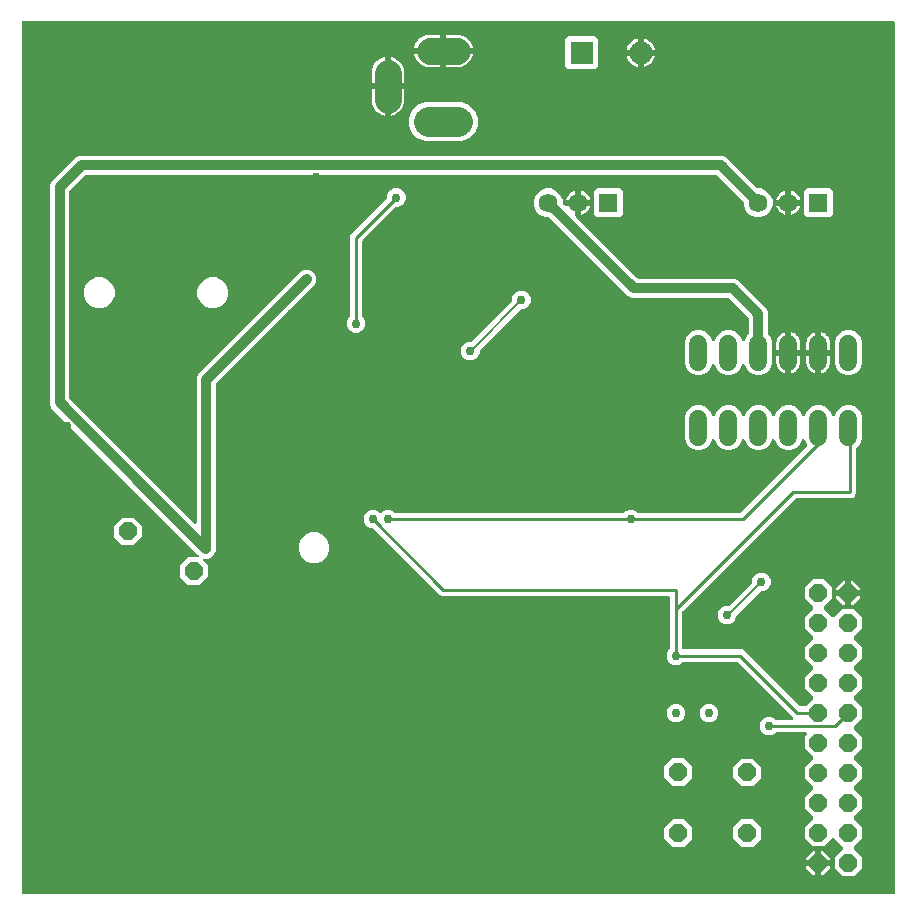
<source format=gbr>
G04 EAGLE Gerber RS-274X export*
G75*
%MOMM*%
%FSLAX34Y34*%
%LPD*%
%INBottom Copper*%
%IPPOS*%
%AMOC8*
5,1,8,0,0,1.08239X$1,22.5*%
G01*
%ADD10C,1.524000*%
%ADD11P,1.649562X8X112.500000*%
%ADD12C,1.590000*%
%ADD13R,1.590000X1.590000*%
%ADD14P,1.649562X8X22.500000*%
%ADD15R,1.950000X1.950000*%
%ADD16C,1.950000*%
%ADD17C,2.500000*%
%ADD18C,2.250000*%
%ADD19C,0.812800*%
%ADD20C,0.756400*%
%ADD21C,0.254000*%
%ADD22C,0.203200*%

G36*
X749418Y11446D02*
X749418Y11446D01*
X749537Y11453D01*
X749575Y11466D01*
X749616Y11471D01*
X749726Y11514D01*
X749839Y11551D01*
X749874Y11573D01*
X749911Y11588D01*
X750007Y11658D01*
X750108Y11721D01*
X750136Y11751D01*
X750169Y11774D01*
X750245Y11866D01*
X750326Y11953D01*
X750346Y11988D01*
X750371Y12019D01*
X750422Y12127D01*
X750480Y12231D01*
X750490Y12271D01*
X750507Y12307D01*
X750529Y12424D01*
X750559Y12539D01*
X750563Y12600D01*
X750567Y12620D01*
X750565Y12640D01*
X750569Y12700D01*
X750569Y749300D01*
X750554Y749418D01*
X750547Y749537D01*
X750534Y749575D01*
X750529Y749616D01*
X750486Y749726D01*
X750449Y749839D01*
X750427Y749874D01*
X750412Y749911D01*
X750343Y750007D01*
X750279Y750108D01*
X750249Y750136D01*
X750226Y750169D01*
X750134Y750245D01*
X750047Y750326D01*
X750012Y750346D01*
X749981Y750371D01*
X749873Y750422D01*
X749769Y750480D01*
X749729Y750490D01*
X749693Y750507D01*
X749576Y750529D01*
X749461Y750559D01*
X749401Y750563D01*
X749381Y750567D01*
X749360Y750565D01*
X749300Y750569D01*
X12700Y750569D01*
X12582Y750554D01*
X12463Y750547D01*
X12425Y750534D01*
X12384Y750529D01*
X12274Y750486D01*
X12161Y750449D01*
X12126Y750427D01*
X12089Y750412D01*
X11993Y750343D01*
X11892Y750279D01*
X11864Y750249D01*
X11831Y750226D01*
X11756Y750134D01*
X11674Y750047D01*
X11654Y750012D01*
X11629Y749981D01*
X11578Y749873D01*
X11520Y749769D01*
X11510Y749729D01*
X11493Y749693D01*
X11471Y749576D01*
X11441Y749461D01*
X11437Y749401D01*
X11433Y749381D01*
X11435Y749360D01*
X11431Y749300D01*
X11431Y12700D01*
X11446Y12582D01*
X11453Y12463D01*
X11466Y12425D01*
X11471Y12384D01*
X11514Y12274D01*
X11551Y12161D01*
X11573Y12126D01*
X11588Y12089D01*
X11658Y11993D01*
X11721Y11892D01*
X11751Y11864D01*
X11774Y11831D01*
X11866Y11756D01*
X11953Y11674D01*
X11988Y11654D01*
X12019Y11629D01*
X12127Y11578D01*
X12231Y11520D01*
X12271Y11510D01*
X12307Y11493D01*
X12424Y11471D01*
X12539Y11441D01*
X12600Y11437D01*
X12620Y11433D01*
X12640Y11435D01*
X12700Y11431D01*
X749300Y11431D01*
X749418Y11446D01*
G37*
%LPC*%
G36*
X706360Y26415D02*
X706360Y26415D01*
X699515Y33260D01*
X699515Y42940D01*
X706478Y49902D01*
X706551Y49997D01*
X706630Y50086D01*
X706648Y50122D01*
X706673Y50154D01*
X706720Y50263D01*
X706774Y50369D01*
X706783Y50408D01*
X706799Y50446D01*
X706818Y50563D01*
X706844Y50679D01*
X706843Y50720D01*
X706849Y50760D01*
X706838Y50878D01*
X706834Y50997D01*
X706823Y51036D01*
X706819Y51076D01*
X706779Y51189D01*
X706746Y51303D01*
X706725Y51337D01*
X706712Y51376D01*
X706645Y51474D01*
X706584Y51577D01*
X706544Y51622D01*
X706533Y51639D01*
X706518Y51652D01*
X706478Y51697D01*
X699398Y58778D01*
X699303Y58851D01*
X699214Y58930D01*
X699178Y58948D01*
X699146Y58973D01*
X699037Y59020D01*
X698931Y59074D01*
X698892Y59083D01*
X698854Y59099D01*
X698737Y59118D01*
X698621Y59144D01*
X698580Y59143D01*
X698540Y59149D01*
X698422Y59138D01*
X698303Y59134D01*
X698264Y59123D01*
X698224Y59119D01*
X698111Y59079D01*
X697997Y59046D01*
X697963Y59025D01*
X697924Y59012D01*
X697826Y58945D01*
X697723Y58884D01*
X697678Y58844D01*
X697661Y58833D01*
X697648Y58818D01*
X697603Y58778D01*
X690640Y51815D01*
X680960Y51815D01*
X674115Y58660D01*
X674115Y68340D01*
X681078Y75302D01*
X681151Y75397D01*
X681230Y75486D01*
X681248Y75522D01*
X681273Y75554D01*
X681320Y75663D01*
X681374Y75769D01*
X681383Y75808D01*
X681399Y75846D01*
X681418Y75963D01*
X681444Y76079D01*
X681443Y76120D01*
X681449Y76160D01*
X681438Y76278D01*
X681434Y76397D01*
X681423Y76436D01*
X681419Y76476D01*
X681379Y76589D01*
X681346Y76703D01*
X681325Y76737D01*
X681312Y76776D01*
X681245Y76874D01*
X681184Y76977D01*
X681144Y77022D01*
X681133Y77039D01*
X681118Y77052D01*
X681078Y77097D01*
X674115Y84060D01*
X674115Y93740D01*
X681078Y100702D01*
X681151Y100797D01*
X681230Y100886D01*
X681248Y100922D01*
X681273Y100954D01*
X681320Y101063D01*
X681374Y101169D01*
X681383Y101208D01*
X681399Y101246D01*
X681418Y101363D01*
X681444Y101479D01*
X681443Y101520D01*
X681449Y101560D01*
X681438Y101678D01*
X681434Y101797D01*
X681423Y101836D01*
X681419Y101876D01*
X681379Y101989D01*
X681346Y102103D01*
X681325Y102137D01*
X681312Y102176D01*
X681245Y102274D01*
X681184Y102377D01*
X681144Y102422D01*
X681133Y102439D01*
X681118Y102452D01*
X681078Y102497D01*
X674115Y109460D01*
X674115Y119140D01*
X681078Y126103D01*
X681151Y126197D01*
X681230Y126286D01*
X681248Y126322D01*
X681273Y126354D01*
X681320Y126463D01*
X681374Y126569D01*
X681383Y126608D01*
X681399Y126646D01*
X681418Y126763D01*
X681444Y126879D01*
X681443Y126920D01*
X681449Y126960D01*
X681438Y127078D01*
X681434Y127197D01*
X681423Y127236D01*
X681419Y127276D01*
X681379Y127389D01*
X681346Y127503D01*
X681325Y127538D01*
X681312Y127576D01*
X681245Y127674D01*
X681184Y127777D01*
X681144Y127822D01*
X681133Y127839D01*
X681118Y127852D01*
X681078Y127898D01*
X674115Y134860D01*
X674115Y144540D01*
X675744Y146169D01*
X675829Y146278D01*
X675918Y146385D01*
X675926Y146404D01*
X675939Y146420D01*
X675994Y146548D01*
X676053Y146673D01*
X676057Y146693D01*
X676065Y146712D01*
X676087Y146850D01*
X676113Y146986D01*
X676112Y147006D01*
X676115Y147026D01*
X676102Y147165D01*
X676093Y147303D01*
X676087Y147322D01*
X676085Y147342D01*
X676038Y147474D01*
X675995Y147605D01*
X675984Y147623D01*
X675978Y147642D01*
X675899Y147757D01*
X675825Y147874D01*
X675810Y147888D01*
X675799Y147905D01*
X675695Y147997D01*
X675593Y148092D01*
X675576Y148102D01*
X675561Y148115D01*
X675436Y148179D01*
X675315Y148246D01*
X675295Y148251D01*
X675277Y148260D01*
X675141Y148290D01*
X675007Y148325D01*
X674979Y148327D01*
X674967Y148330D01*
X674947Y148329D01*
X674846Y148335D01*
X650178Y148335D01*
X650080Y148323D01*
X649981Y148320D01*
X649923Y148303D01*
X649862Y148295D01*
X649770Y148259D01*
X649675Y148231D01*
X649623Y148201D01*
X649567Y148178D01*
X649487Y148120D01*
X649401Y148070D01*
X649326Y148004D01*
X649309Y147992D01*
X649302Y147982D01*
X649280Y147964D01*
X648335Y147018D01*
X645451Y145823D01*
X642329Y145823D01*
X639445Y147018D01*
X637238Y149225D01*
X636043Y152109D01*
X636043Y155231D01*
X637238Y158115D01*
X639445Y160322D01*
X642329Y161517D01*
X645451Y161517D01*
X648335Y160322D01*
X649280Y159376D01*
X649359Y159316D01*
X649431Y159248D01*
X649484Y159219D01*
X649532Y159182D01*
X649623Y159142D01*
X649709Y159094D01*
X649768Y159079D01*
X649824Y159055D01*
X649922Y159040D01*
X650017Y159015D01*
X650117Y159009D01*
X650138Y159005D01*
X650150Y159007D01*
X650178Y159005D01*
X663507Y159005D01*
X663644Y159022D01*
X663783Y159035D01*
X663802Y159042D01*
X663822Y159045D01*
X663951Y159096D01*
X664082Y159143D01*
X664099Y159154D01*
X664118Y159162D01*
X664230Y159243D01*
X664345Y159321D01*
X664359Y159337D01*
X664375Y159348D01*
X664464Y159456D01*
X664556Y159560D01*
X664565Y159578D01*
X664578Y159593D01*
X664637Y159719D01*
X664700Y159843D01*
X664705Y159863D01*
X664714Y159881D01*
X664740Y160017D01*
X664770Y160153D01*
X664769Y160173D01*
X664773Y160193D01*
X664765Y160332D01*
X664760Y160471D01*
X664755Y160491D01*
X664754Y160511D01*
X664711Y160643D01*
X664672Y160777D01*
X664662Y160794D01*
X664656Y160813D01*
X664581Y160931D01*
X664511Y161051D01*
X664492Y161072D01*
X664485Y161082D01*
X664470Y161096D01*
X664404Y161171D01*
X617922Y207654D01*
X617844Y207714D01*
X617772Y207782D01*
X617719Y207811D01*
X617671Y207848D01*
X617580Y207888D01*
X617493Y207936D01*
X617435Y207951D01*
X617379Y207975D01*
X617281Y207990D01*
X617185Y208015D01*
X617085Y208021D01*
X617065Y208025D01*
X617053Y208023D01*
X617025Y208025D01*
X571438Y208025D01*
X571340Y208013D01*
X571241Y208010D01*
X571183Y207993D01*
X571122Y207985D01*
X571030Y207949D01*
X570935Y207921D01*
X570883Y207891D01*
X570827Y207868D01*
X570747Y207810D01*
X570661Y207760D01*
X570586Y207694D01*
X570569Y207682D01*
X570562Y207672D01*
X570540Y207654D01*
X569595Y206708D01*
X566711Y205513D01*
X563589Y205513D01*
X560705Y206708D01*
X558498Y208915D01*
X557303Y211799D01*
X557303Y214921D01*
X558498Y217805D01*
X559444Y218750D01*
X559504Y218829D01*
X559572Y218901D01*
X559601Y218954D01*
X559638Y219002D01*
X559678Y219093D01*
X559726Y219179D01*
X559741Y219238D01*
X559765Y219294D01*
X559780Y219392D01*
X559805Y219487D01*
X559811Y219587D01*
X559815Y219608D01*
X559813Y219620D01*
X559815Y219648D01*
X559815Y262636D01*
X559800Y262754D01*
X559793Y262873D01*
X559780Y262911D01*
X559775Y262952D01*
X559732Y263062D01*
X559695Y263175D01*
X559673Y263210D01*
X559658Y263247D01*
X559589Y263343D01*
X559525Y263444D01*
X559495Y263472D01*
X559472Y263505D01*
X559380Y263581D01*
X559293Y263662D01*
X559258Y263682D01*
X559227Y263707D01*
X559119Y263758D01*
X559015Y263816D01*
X558975Y263826D01*
X558939Y263843D01*
X558822Y263865D01*
X558707Y263895D01*
X558647Y263899D01*
X558627Y263903D01*
X558606Y263901D01*
X558546Y263905D01*
X367239Y263905D01*
X365278Y264717D01*
X309284Y320712D01*
X309206Y320772D01*
X309134Y320840D01*
X309081Y320869D01*
X309033Y320906D01*
X308942Y320946D01*
X308855Y320994D01*
X308797Y321009D01*
X308741Y321033D01*
X308643Y321048D01*
X308547Y321073D01*
X308447Y321079D01*
X308427Y321083D01*
X308415Y321081D01*
X308387Y321083D01*
X307049Y321083D01*
X304165Y322278D01*
X301958Y324485D01*
X300763Y327369D01*
X300763Y330491D01*
X301958Y333375D01*
X304165Y335582D01*
X307049Y336777D01*
X310171Y336777D01*
X313055Y335582D01*
X314063Y334574D01*
X314157Y334501D01*
X314246Y334423D01*
X314282Y334404D01*
X314314Y334380D01*
X314423Y334332D01*
X314529Y334278D01*
X314568Y334269D01*
X314606Y334253D01*
X314723Y334234D01*
X314839Y334208D01*
X314880Y334210D01*
X314920Y334203D01*
X315038Y334214D01*
X315157Y334218D01*
X315196Y334229D01*
X315236Y334233D01*
X315348Y334273D01*
X315463Y334307D01*
X315498Y334327D01*
X315536Y334341D01*
X315634Y334408D01*
X315737Y334468D01*
X315782Y334508D01*
X315799Y334519D01*
X315812Y334535D01*
X315858Y334574D01*
X316865Y335582D01*
X319749Y336777D01*
X322871Y336777D01*
X325755Y335582D01*
X326700Y334636D01*
X326779Y334576D01*
X326851Y334508D01*
X326904Y334479D01*
X326952Y334442D01*
X327043Y334402D01*
X327129Y334354D01*
X327188Y334339D01*
X327244Y334315D01*
X327342Y334300D01*
X327437Y334275D01*
X327537Y334269D01*
X327558Y334265D01*
X327570Y334267D01*
X327598Y334265D01*
X520762Y334265D01*
X520860Y334277D01*
X520959Y334280D01*
X521017Y334297D01*
X521078Y334305D01*
X521170Y334341D01*
X521265Y334369D01*
X521317Y334399D01*
X521373Y334422D01*
X521453Y334480D01*
X521539Y334530D01*
X521614Y334596D01*
X521631Y334608D01*
X521638Y334618D01*
X521660Y334636D01*
X522605Y335582D01*
X525489Y336777D01*
X528611Y336777D01*
X531495Y335582D01*
X532440Y334636D01*
X532519Y334576D01*
X532591Y334508D01*
X532644Y334479D01*
X532692Y334442D01*
X532783Y334402D01*
X532869Y334354D01*
X532928Y334339D01*
X532984Y334315D01*
X533082Y334300D01*
X533177Y334275D01*
X533277Y334269D01*
X533298Y334265D01*
X533310Y334267D01*
X533338Y334265D01*
X619565Y334265D01*
X619663Y334277D01*
X619762Y334280D01*
X619820Y334297D01*
X619880Y334305D01*
X619972Y334341D01*
X620067Y334369D01*
X620119Y334399D01*
X620176Y334422D01*
X620256Y334480D01*
X620341Y334530D01*
X620417Y334596D01*
X620433Y334608D01*
X620441Y334618D01*
X620462Y334636D01*
X676043Y390217D01*
X676116Y390312D01*
X676195Y390401D01*
X676213Y390437D01*
X676238Y390469D01*
X676285Y390578D01*
X676339Y390684D01*
X676348Y390723D01*
X676364Y390760D01*
X676383Y390878D01*
X676409Y390994D01*
X676408Y391035D01*
X676414Y391075D01*
X676403Y391193D01*
X676399Y391312D01*
X676388Y391351D01*
X676384Y391391D01*
X676344Y391503D01*
X676311Y391618D01*
X676290Y391652D01*
X676277Y391690D01*
X676210Y391789D01*
X676149Y391892D01*
X676110Y391937D01*
X676098Y391954D01*
X676083Y391967D01*
X676043Y392012D01*
X675894Y392161D01*
X674273Y396076D01*
X674204Y396197D01*
X674139Y396320D01*
X674125Y396335D01*
X674115Y396352D01*
X674018Y396452D01*
X673925Y396555D01*
X673908Y396566D01*
X673894Y396581D01*
X673775Y396653D01*
X673659Y396730D01*
X673640Y396736D01*
X673623Y396747D01*
X673490Y396788D01*
X673358Y396833D01*
X673338Y396834D01*
X673319Y396840D01*
X673180Y396847D01*
X673041Y396858D01*
X673021Y396855D01*
X673001Y396856D01*
X672865Y396827D01*
X672728Y396804D01*
X672709Y396795D01*
X672690Y396791D01*
X672564Y396730D01*
X672438Y396673D01*
X672422Y396660D01*
X672404Y396652D01*
X672298Y396561D01*
X672190Y396474D01*
X672177Y396458D01*
X672162Y396445D01*
X672082Y396331D01*
X671998Y396220D01*
X671986Y396195D01*
X671979Y396185D01*
X671972Y396166D01*
X671927Y396076D01*
X670306Y392161D01*
X667019Y388874D01*
X662724Y387095D01*
X658076Y387095D01*
X653781Y388874D01*
X650494Y392161D01*
X648873Y396076D01*
X648804Y396197D01*
X648739Y396320D01*
X648725Y396335D01*
X648715Y396352D01*
X648618Y396452D01*
X648525Y396555D01*
X648508Y396566D01*
X648494Y396581D01*
X648375Y396653D01*
X648259Y396730D01*
X648240Y396736D01*
X648223Y396747D01*
X648090Y396788D01*
X647958Y396833D01*
X647938Y396834D01*
X647919Y396840D01*
X647780Y396847D01*
X647641Y396858D01*
X647621Y396855D01*
X647601Y396856D01*
X647465Y396827D01*
X647328Y396804D01*
X647309Y396795D01*
X647290Y396791D01*
X647164Y396730D01*
X647038Y396673D01*
X647022Y396660D01*
X647004Y396652D01*
X646898Y396561D01*
X646790Y396474D01*
X646777Y396458D01*
X646762Y396445D01*
X646682Y396331D01*
X646598Y396220D01*
X646586Y396195D01*
X646579Y396185D01*
X646572Y396166D01*
X646527Y396076D01*
X644906Y392161D01*
X641619Y388874D01*
X637324Y387095D01*
X632676Y387095D01*
X628381Y388874D01*
X625094Y392161D01*
X623473Y396076D01*
X623404Y396197D01*
X623339Y396320D01*
X623325Y396335D01*
X623315Y396352D01*
X623218Y396452D01*
X623125Y396555D01*
X623108Y396566D01*
X623094Y396581D01*
X622975Y396653D01*
X622859Y396730D01*
X622840Y396736D01*
X622823Y396747D01*
X622690Y396788D01*
X622558Y396833D01*
X622538Y396834D01*
X622519Y396840D01*
X622380Y396847D01*
X622241Y396858D01*
X622221Y396855D01*
X622201Y396856D01*
X622065Y396827D01*
X621928Y396804D01*
X621909Y396795D01*
X621890Y396791D01*
X621764Y396730D01*
X621638Y396673D01*
X621622Y396660D01*
X621604Y396652D01*
X621498Y396561D01*
X621390Y396474D01*
X621377Y396458D01*
X621362Y396445D01*
X621282Y396331D01*
X621198Y396220D01*
X621186Y396195D01*
X621179Y396185D01*
X621172Y396166D01*
X621127Y396076D01*
X619506Y392161D01*
X616219Y388874D01*
X611924Y387095D01*
X607276Y387095D01*
X602981Y388874D01*
X599694Y392161D01*
X598073Y396076D01*
X598004Y396197D01*
X597939Y396320D01*
X597925Y396335D01*
X597915Y396352D01*
X597818Y396452D01*
X597725Y396555D01*
X597708Y396566D01*
X597694Y396581D01*
X597575Y396653D01*
X597459Y396730D01*
X597440Y396736D01*
X597423Y396747D01*
X597290Y396788D01*
X597158Y396833D01*
X597138Y396834D01*
X597119Y396840D01*
X596980Y396847D01*
X596841Y396858D01*
X596821Y396855D01*
X596801Y396856D01*
X596665Y396827D01*
X596528Y396804D01*
X596509Y396795D01*
X596490Y396791D01*
X596364Y396730D01*
X596238Y396673D01*
X596222Y396660D01*
X596204Y396652D01*
X596098Y396561D01*
X595990Y396474D01*
X595977Y396458D01*
X595962Y396445D01*
X595882Y396331D01*
X595798Y396220D01*
X595786Y396195D01*
X595779Y396185D01*
X595772Y396166D01*
X595727Y396076D01*
X594106Y392161D01*
X590819Y388874D01*
X586524Y387095D01*
X581876Y387095D01*
X577581Y388874D01*
X574294Y392161D01*
X572515Y396456D01*
X572515Y416344D01*
X574294Y420639D01*
X577581Y423926D01*
X581876Y425705D01*
X586524Y425705D01*
X590819Y423926D01*
X594106Y420639D01*
X595727Y416724D01*
X595796Y416604D01*
X595861Y416480D01*
X595875Y416466D01*
X595885Y416448D01*
X595982Y416348D01*
X596075Y416245D01*
X596092Y416234D01*
X596106Y416219D01*
X596224Y416147D01*
X596341Y416070D01*
X596360Y416064D01*
X596377Y416053D01*
X596510Y416012D01*
X596642Y415967D01*
X596662Y415966D01*
X596681Y415960D01*
X596820Y415953D01*
X596959Y415942D01*
X596979Y415945D01*
X596999Y415944D01*
X597135Y415973D01*
X597272Y415996D01*
X597290Y416005D01*
X597310Y416009D01*
X597436Y416070D01*
X597562Y416127D01*
X597578Y416140D01*
X597596Y416148D01*
X597702Y416239D01*
X597810Y416326D01*
X597823Y416342D01*
X597838Y416355D01*
X597918Y416469D01*
X598002Y416580D01*
X598014Y416605D01*
X598021Y416615D01*
X598028Y416634D01*
X598073Y416724D01*
X599694Y420639D01*
X602981Y423926D01*
X607276Y425705D01*
X611924Y425705D01*
X616219Y423926D01*
X619506Y420639D01*
X621127Y416724D01*
X621196Y416604D01*
X621261Y416480D01*
X621275Y416466D01*
X621285Y416448D01*
X621382Y416348D01*
X621475Y416245D01*
X621492Y416234D01*
X621506Y416219D01*
X621624Y416147D01*
X621741Y416070D01*
X621760Y416064D01*
X621777Y416053D01*
X621910Y416012D01*
X622042Y415967D01*
X622062Y415966D01*
X622081Y415960D01*
X622220Y415953D01*
X622359Y415942D01*
X622379Y415945D01*
X622399Y415944D01*
X622535Y415973D01*
X622672Y415996D01*
X622690Y416005D01*
X622710Y416009D01*
X622836Y416070D01*
X622962Y416127D01*
X622978Y416140D01*
X622996Y416148D01*
X623102Y416239D01*
X623210Y416326D01*
X623223Y416342D01*
X623238Y416355D01*
X623318Y416469D01*
X623402Y416580D01*
X623414Y416605D01*
X623421Y416615D01*
X623428Y416634D01*
X623473Y416724D01*
X625094Y420639D01*
X628381Y423926D01*
X632676Y425705D01*
X637324Y425705D01*
X641619Y423926D01*
X644906Y420639D01*
X646527Y416724D01*
X646596Y416604D01*
X646661Y416480D01*
X646675Y416466D01*
X646685Y416448D01*
X646782Y416348D01*
X646875Y416245D01*
X646892Y416234D01*
X646906Y416219D01*
X647024Y416147D01*
X647141Y416070D01*
X647160Y416064D01*
X647177Y416053D01*
X647310Y416012D01*
X647442Y415967D01*
X647462Y415966D01*
X647481Y415960D01*
X647620Y415953D01*
X647759Y415942D01*
X647779Y415945D01*
X647799Y415944D01*
X647935Y415973D01*
X648072Y415996D01*
X648090Y416005D01*
X648110Y416009D01*
X648236Y416070D01*
X648362Y416127D01*
X648378Y416140D01*
X648396Y416148D01*
X648502Y416239D01*
X648610Y416326D01*
X648623Y416342D01*
X648638Y416355D01*
X648718Y416469D01*
X648802Y416580D01*
X648814Y416605D01*
X648821Y416615D01*
X648828Y416634D01*
X648873Y416724D01*
X650494Y420639D01*
X653781Y423926D01*
X658076Y425705D01*
X662724Y425705D01*
X667019Y423926D01*
X670306Y420639D01*
X671927Y416724D01*
X671996Y416604D01*
X672061Y416480D01*
X672075Y416466D01*
X672085Y416448D01*
X672182Y416348D01*
X672275Y416245D01*
X672292Y416234D01*
X672306Y416219D01*
X672424Y416147D01*
X672541Y416070D01*
X672560Y416064D01*
X672577Y416053D01*
X672710Y416012D01*
X672842Y415967D01*
X672862Y415966D01*
X672881Y415960D01*
X673020Y415953D01*
X673159Y415942D01*
X673179Y415945D01*
X673199Y415944D01*
X673335Y415973D01*
X673472Y415996D01*
X673490Y416005D01*
X673510Y416009D01*
X673636Y416070D01*
X673762Y416127D01*
X673778Y416140D01*
X673796Y416148D01*
X673902Y416239D01*
X674010Y416326D01*
X674023Y416342D01*
X674038Y416355D01*
X674118Y416469D01*
X674202Y416580D01*
X674214Y416605D01*
X674221Y416615D01*
X674228Y416634D01*
X674273Y416724D01*
X675894Y420639D01*
X679181Y423926D01*
X683476Y425705D01*
X688124Y425705D01*
X692419Y423926D01*
X695706Y420639D01*
X697327Y416724D01*
X697396Y416604D01*
X697461Y416480D01*
X697475Y416466D01*
X697485Y416448D01*
X697582Y416348D01*
X697675Y416245D01*
X697692Y416234D01*
X697706Y416219D01*
X697824Y416147D01*
X697941Y416070D01*
X697960Y416064D01*
X697977Y416053D01*
X698110Y416012D01*
X698242Y415967D01*
X698262Y415966D01*
X698281Y415960D01*
X698420Y415953D01*
X698559Y415942D01*
X698579Y415945D01*
X698599Y415944D01*
X698735Y415973D01*
X698872Y415996D01*
X698890Y416005D01*
X698910Y416009D01*
X699036Y416070D01*
X699162Y416127D01*
X699178Y416140D01*
X699196Y416148D01*
X699302Y416239D01*
X699410Y416326D01*
X699423Y416342D01*
X699438Y416355D01*
X699518Y416469D01*
X699602Y416580D01*
X699614Y416605D01*
X699621Y416615D01*
X699628Y416634D01*
X699673Y416724D01*
X701294Y420639D01*
X704581Y423926D01*
X708876Y425705D01*
X713524Y425705D01*
X717819Y423926D01*
X721106Y420639D01*
X722885Y416344D01*
X722885Y396456D01*
X721106Y392161D01*
X718176Y389232D01*
X718116Y389153D01*
X718048Y389081D01*
X718019Y389028D01*
X717982Y388980D01*
X717942Y388890D01*
X717894Y388803D01*
X717879Y388744D01*
X717855Y388689D01*
X717840Y388591D01*
X717815Y388495D01*
X717809Y388395D01*
X717805Y388375D01*
X717807Y388362D01*
X717805Y388334D01*
X717805Y350729D01*
X716993Y348768D01*
X715492Y347267D01*
X713531Y346455D01*
X666945Y346455D01*
X666847Y346443D01*
X666748Y346440D01*
X666690Y346423D01*
X666630Y346415D01*
X666538Y346379D01*
X666443Y346351D01*
X666391Y346321D01*
X666334Y346298D01*
X666254Y346240D01*
X666169Y346190D01*
X666093Y346124D01*
X666077Y346112D01*
X666069Y346102D01*
X666048Y346084D01*
X570856Y250892D01*
X570796Y250814D01*
X570728Y250742D01*
X570699Y250689D01*
X570662Y250641D01*
X570622Y250550D01*
X570574Y250463D01*
X570559Y250405D01*
X570535Y250349D01*
X570520Y250251D01*
X570495Y250155D01*
X570489Y250055D01*
X570485Y250035D01*
X570487Y250023D01*
X570485Y249995D01*
X570485Y219964D01*
X570500Y219846D01*
X570507Y219727D01*
X570520Y219689D01*
X570525Y219648D01*
X570568Y219538D01*
X570605Y219425D01*
X570627Y219390D01*
X570642Y219353D01*
X570711Y219257D01*
X570775Y219156D01*
X570805Y219128D01*
X570828Y219095D01*
X570920Y219019D01*
X571007Y218938D01*
X571042Y218918D01*
X571073Y218893D01*
X571181Y218842D01*
X571285Y218784D01*
X571325Y218774D01*
X571361Y218757D01*
X571478Y218735D01*
X571593Y218705D01*
X571653Y218701D01*
X571673Y218697D01*
X571694Y218699D01*
X571754Y218695D01*
X620821Y218695D01*
X622782Y217883D01*
X669858Y170806D01*
X669936Y170746D01*
X670008Y170678D01*
X670061Y170649D01*
X670109Y170612D01*
X670200Y170572D01*
X670287Y170524D01*
X670345Y170509D01*
X670401Y170485D01*
X670499Y170470D01*
X670595Y170445D01*
X670695Y170439D01*
X670715Y170435D01*
X670727Y170437D01*
X670755Y170435D01*
X674084Y170435D01*
X674183Y170447D01*
X674282Y170450D01*
X674340Y170467D01*
X674400Y170475D01*
X674492Y170511D01*
X674587Y170539D01*
X674639Y170569D01*
X674696Y170592D01*
X674776Y170650D01*
X674861Y170700D01*
X674936Y170766D01*
X674953Y170778D01*
X674961Y170788D01*
X674982Y170806D01*
X681078Y176902D01*
X681151Y176997D01*
X681230Y177086D01*
X681248Y177122D01*
X681273Y177154D01*
X681320Y177263D01*
X681374Y177369D01*
X681383Y177408D01*
X681399Y177446D01*
X681418Y177563D01*
X681444Y177679D01*
X681443Y177720D01*
X681449Y177760D01*
X681438Y177878D01*
X681434Y177997D01*
X681423Y178036D01*
X681419Y178076D01*
X681379Y178189D01*
X681346Y178303D01*
X681325Y178337D01*
X681312Y178376D01*
X681245Y178474D01*
X681184Y178577D01*
X681144Y178622D01*
X681133Y178639D01*
X681118Y178652D01*
X681078Y178697D01*
X674115Y185660D01*
X674115Y195340D01*
X681078Y202302D01*
X681151Y202397D01*
X681230Y202486D01*
X681248Y202522D01*
X681273Y202554D01*
X681320Y202663D01*
X681374Y202769D01*
X681383Y202808D01*
X681399Y202846D01*
X681418Y202963D01*
X681444Y203079D01*
X681443Y203120D01*
X681449Y203160D01*
X681438Y203278D01*
X681434Y203397D01*
X681423Y203436D01*
X681419Y203476D01*
X681379Y203589D01*
X681346Y203703D01*
X681325Y203737D01*
X681312Y203776D01*
X681245Y203874D01*
X681184Y203977D01*
X681144Y204022D01*
X681133Y204039D01*
X681118Y204052D01*
X681078Y204097D01*
X674115Y211060D01*
X674115Y220740D01*
X681078Y227702D01*
X681151Y227797D01*
X681230Y227886D01*
X681248Y227922D01*
X681273Y227954D01*
X681320Y228063D01*
X681374Y228169D01*
X681383Y228208D01*
X681399Y228246D01*
X681418Y228363D01*
X681444Y228479D01*
X681443Y228520D01*
X681449Y228560D01*
X681438Y228678D01*
X681434Y228797D01*
X681423Y228836D01*
X681419Y228876D01*
X681379Y228989D01*
X681346Y229103D01*
X681325Y229137D01*
X681312Y229176D01*
X681245Y229274D01*
X681184Y229377D01*
X681144Y229422D01*
X681133Y229439D01*
X681118Y229452D01*
X681078Y229497D01*
X674115Y236460D01*
X674115Y246140D01*
X681078Y253102D01*
X681151Y253197D01*
X681230Y253286D01*
X681248Y253322D01*
X681273Y253354D01*
X681320Y253463D01*
X681374Y253569D01*
X681383Y253608D01*
X681399Y253646D01*
X681418Y253763D01*
X681444Y253879D01*
X681443Y253920D01*
X681449Y253960D01*
X681438Y254078D01*
X681434Y254197D01*
X681423Y254236D01*
X681419Y254276D01*
X681379Y254389D01*
X681346Y254503D01*
X681325Y254537D01*
X681312Y254576D01*
X681245Y254674D01*
X681184Y254777D01*
X681144Y254822D01*
X681133Y254839D01*
X681118Y254852D01*
X681078Y254897D01*
X674115Y261860D01*
X674115Y271540D01*
X680960Y278385D01*
X690640Y278385D01*
X697485Y271540D01*
X697485Y261860D01*
X690522Y254897D01*
X690449Y254803D01*
X690370Y254714D01*
X690352Y254678D01*
X690327Y254646D01*
X690280Y254537D01*
X690226Y254431D01*
X690217Y254392D01*
X690201Y254354D01*
X690182Y254237D01*
X690156Y254121D01*
X690157Y254080D01*
X690151Y254040D01*
X690162Y253922D01*
X690166Y253803D01*
X690177Y253764D01*
X690181Y253724D01*
X690221Y253611D01*
X690254Y253497D01*
X690275Y253462D01*
X690288Y253424D01*
X690355Y253326D01*
X690416Y253223D01*
X690456Y253178D01*
X690467Y253161D01*
X690482Y253148D01*
X690522Y253102D01*
X697603Y246022D01*
X697697Y245949D01*
X697786Y245870D01*
X697822Y245852D01*
X697854Y245827D01*
X697963Y245780D01*
X698069Y245726D01*
X698108Y245717D01*
X698146Y245701D01*
X698263Y245682D01*
X698379Y245656D01*
X698420Y245657D01*
X698460Y245651D01*
X698578Y245662D01*
X698697Y245666D01*
X698736Y245677D01*
X698776Y245681D01*
X698889Y245721D01*
X699003Y245754D01*
X699038Y245775D01*
X699076Y245788D01*
X699174Y245855D01*
X699277Y245916D01*
X699322Y245955D01*
X699339Y245967D01*
X699352Y245982D01*
X699398Y246022D01*
X706360Y252985D01*
X716040Y252985D01*
X722885Y246140D01*
X722885Y236460D01*
X715922Y229497D01*
X715849Y229403D01*
X715770Y229314D01*
X715752Y229278D01*
X715727Y229246D01*
X715680Y229137D01*
X715626Y229031D01*
X715617Y228992D01*
X715601Y228954D01*
X715582Y228837D01*
X715556Y228721D01*
X715557Y228680D01*
X715551Y228640D01*
X715562Y228522D01*
X715566Y228403D01*
X715577Y228364D01*
X715581Y228324D01*
X715621Y228211D01*
X715654Y228097D01*
X715675Y228062D01*
X715688Y228024D01*
X715755Y227926D01*
X715816Y227823D01*
X715856Y227778D01*
X715867Y227761D01*
X715882Y227748D01*
X715922Y227702D01*
X722885Y220740D01*
X722885Y211060D01*
X715922Y204097D01*
X715849Y204003D01*
X715770Y203914D01*
X715752Y203878D01*
X715727Y203846D01*
X715680Y203737D01*
X715626Y203631D01*
X715617Y203592D01*
X715601Y203554D01*
X715582Y203437D01*
X715556Y203321D01*
X715557Y203280D01*
X715551Y203240D01*
X715562Y203122D01*
X715566Y203003D01*
X715577Y202964D01*
X715581Y202924D01*
X715621Y202811D01*
X715654Y202697D01*
X715675Y202662D01*
X715688Y202624D01*
X715755Y202526D01*
X715816Y202423D01*
X715856Y202378D01*
X715867Y202361D01*
X715882Y202348D01*
X715922Y202302D01*
X722885Y195340D01*
X722885Y185660D01*
X715922Y178697D01*
X715849Y178603D01*
X715770Y178514D01*
X715752Y178478D01*
X715727Y178446D01*
X715680Y178337D01*
X715626Y178231D01*
X715617Y178192D01*
X715601Y178154D01*
X715582Y178037D01*
X715556Y177921D01*
X715557Y177880D01*
X715551Y177840D01*
X715562Y177722D01*
X715566Y177603D01*
X715577Y177564D01*
X715581Y177524D01*
X715621Y177411D01*
X715654Y177297D01*
X715675Y177262D01*
X715688Y177224D01*
X715755Y177126D01*
X715816Y177023D01*
X715856Y176978D01*
X715867Y176961D01*
X715882Y176948D01*
X715922Y176902D01*
X722885Y169940D01*
X722885Y160260D01*
X715922Y153298D01*
X715849Y153203D01*
X715770Y153114D01*
X715752Y153078D01*
X715727Y153046D01*
X715680Y152937D01*
X715626Y152831D01*
X715617Y152792D01*
X715601Y152754D01*
X715582Y152637D01*
X715556Y152521D01*
X715557Y152480D01*
X715551Y152440D01*
X715562Y152322D01*
X715566Y152203D01*
X715577Y152164D01*
X715581Y152124D01*
X715621Y152011D01*
X715654Y151897D01*
X715675Y151863D01*
X715688Y151824D01*
X715755Y151726D01*
X715816Y151623D01*
X715856Y151578D01*
X715867Y151561D01*
X715882Y151548D01*
X715922Y151503D01*
X722885Y144540D01*
X722885Y134860D01*
X715922Y127897D01*
X715849Y127803D01*
X715770Y127714D01*
X715752Y127678D01*
X715727Y127646D01*
X715680Y127537D01*
X715626Y127431D01*
X715617Y127392D01*
X715601Y127354D01*
X715582Y127237D01*
X715556Y127121D01*
X715557Y127080D01*
X715551Y127040D01*
X715562Y126922D01*
X715566Y126803D01*
X715577Y126764D01*
X715581Y126724D01*
X715621Y126611D01*
X715654Y126497D01*
X715675Y126462D01*
X715688Y126424D01*
X715755Y126326D01*
X715816Y126223D01*
X715856Y126178D01*
X715867Y126161D01*
X715882Y126148D01*
X715922Y126102D01*
X722885Y119140D01*
X722885Y109460D01*
X715922Y102497D01*
X715849Y102403D01*
X715770Y102314D01*
X715752Y102278D01*
X715727Y102246D01*
X715680Y102137D01*
X715626Y102031D01*
X715617Y101992D01*
X715601Y101954D01*
X715582Y101837D01*
X715556Y101721D01*
X715557Y101680D01*
X715551Y101640D01*
X715562Y101522D01*
X715566Y101403D01*
X715577Y101364D01*
X715581Y101324D01*
X715621Y101211D01*
X715654Y101097D01*
X715675Y101062D01*
X715688Y101024D01*
X715755Y100926D01*
X715816Y100823D01*
X715856Y100778D01*
X715867Y100761D01*
X715882Y100748D01*
X715922Y100702D01*
X722885Y93740D01*
X722885Y84060D01*
X715922Y77097D01*
X715849Y77003D01*
X715770Y76914D01*
X715752Y76878D01*
X715727Y76846D01*
X715680Y76737D01*
X715626Y76631D01*
X715617Y76592D01*
X715601Y76554D01*
X715582Y76437D01*
X715556Y76321D01*
X715557Y76280D01*
X715551Y76240D01*
X715562Y76122D01*
X715566Y76003D01*
X715577Y75964D01*
X715581Y75924D01*
X715621Y75811D01*
X715654Y75697D01*
X715675Y75662D01*
X715688Y75624D01*
X715755Y75526D01*
X715816Y75423D01*
X715856Y75378D01*
X715867Y75361D01*
X715882Y75348D01*
X715922Y75302D01*
X722885Y68340D01*
X722885Y58660D01*
X715922Y51697D01*
X715849Y51603D01*
X715770Y51514D01*
X715752Y51478D01*
X715727Y51446D01*
X715680Y51337D01*
X715626Y51231D01*
X715617Y51192D01*
X715601Y51154D01*
X715582Y51037D01*
X715556Y50921D01*
X715557Y50880D01*
X715551Y50840D01*
X715562Y50722D01*
X715566Y50603D01*
X715577Y50564D01*
X715581Y50524D01*
X715621Y50411D01*
X715654Y50297D01*
X715675Y50262D01*
X715688Y50224D01*
X715755Y50126D01*
X715816Y50023D01*
X715856Y49978D01*
X715867Y49961D01*
X715882Y49948D01*
X715922Y49902D01*
X722885Y42940D01*
X722885Y33260D01*
X716040Y26415D01*
X706360Y26415D01*
G37*
%LPD*%
%LPC*%
G36*
X152132Y273303D02*
X152132Y273303D01*
X145287Y280148D01*
X145287Y289828D01*
X152132Y296673D01*
X159937Y296673D01*
X160075Y296690D01*
X160214Y296703D01*
X160233Y296710D01*
X160253Y296713D01*
X160382Y296764D01*
X160513Y296811D01*
X160530Y296822D01*
X160548Y296830D01*
X160661Y296911D01*
X160776Y296989D01*
X160789Y297005D01*
X160806Y297016D01*
X160894Y297124D01*
X160987Y297228D01*
X160996Y297246D01*
X161009Y297261D01*
X161068Y297387D01*
X161131Y297511D01*
X161136Y297531D01*
X161144Y297549D01*
X161170Y297685D01*
X161201Y297821D01*
X161200Y297842D01*
X161204Y297861D01*
X161195Y298000D01*
X161191Y298139D01*
X161185Y298159D01*
X161184Y298179D01*
X161141Y298311D01*
X161103Y298445D01*
X161092Y298462D01*
X161086Y298481D01*
X161012Y298599D01*
X160941Y298719D01*
X160923Y298740D01*
X160916Y298750D01*
X160901Y298764D01*
X160835Y298839D01*
X105960Y353714D01*
X36455Y423219D01*
X35217Y426207D01*
X35217Y611383D01*
X36455Y614371D01*
X57625Y635541D01*
X60613Y636779D01*
X604867Y636779D01*
X607855Y635541D01*
X634109Y609286D01*
X634188Y609226D01*
X634260Y609158D01*
X634313Y609129D01*
X634361Y609092D01*
X634452Y609052D01*
X634538Y609004D01*
X634597Y608989D01*
X634652Y608965D01*
X634750Y608950D01*
X634846Y608925D01*
X634946Y608919D01*
X634967Y608915D01*
X634979Y608917D01*
X635007Y608915D01*
X637390Y608915D01*
X641806Y607086D01*
X645186Y603706D01*
X647015Y599290D01*
X647015Y594510D01*
X645186Y590094D01*
X641806Y586714D01*
X637390Y584885D01*
X632610Y584885D01*
X628194Y586714D01*
X624814Y590094D01*
X622985Y594510D01*
X622985Y596893D01*
X622973Y596991D01*
X622970Y597090D01*
X622953Y597149D01*
X622945Y597209D01*
X622909Y597301D01*
X622881Y597396D01*
X622851Y597448D01*
X622828Y597504D01*
X622770Y597584D01*
X622720Y597670D01*
X622654Y597745D01*
X622642Y597762D01*
X622632Y597770D01*
X622614Y597791D01*
X600255Y620150D01*
X600176Y620210D01*
X600104Y620278D01*
X600051Y620307D01*
X600003Y620344D01*
X599912Y620384D01*
X599826Y620432D01*
X599767Y620447D01*
X599712Y620471D01*
X599614Y620486D01*
X599518Y620511D01*
X599418Y620517D01*
X599397Y620521D01*
X599385Y620519D01*
X599357Y620521D01*
X66123Y620521D01*
X66025Y620509D01*
X65926Y620506D01*
X65867Y620489D01*
X65807Y620481D01*
X65715Y620445D01*
X65620Y620417D01*
X65568Y620387D01*
X65512Y620364D01*
X65432Y620306D01*
X65346Y620256D01*
X65271Y620190D01*
X65254Y620178D01*
X65246Y620168D01*
X65225Y620150D01*
X51846Y606771D01*
X51786Y606692D01*
X51718Y606620D01*
X51689Y606567D01*
X51652Y606519D01*
X51612Y606428D01*
X51564Y606342D01*
X51549Y606283D01*
X51525Y606228D01*
X51510Y606130D01*
X51485Y606034D01*
X51479Y605934D01*
X51475Y605913D01*
X51477Y605901D01*
X51475Y605873D01*
X51475Y431717D01*
X51487Y431619D01*
X51490Y431520D01*
X51507Y431461D01*
X51515Y431401D01*
X51551Y431309D01*
X51579Y431214D01*
X51609Y431162D01*
X51632Y431106D01*
X51690Y431026D01*
X51740Y430940D01*
X51806Y430865D01*
X51818Y430848D01*
X51828Y430840D01*
X51846Y430819D01*
X117456Y365210D01*
X157203Y325462D01*
X157313Y325377D01*
X157420Y325288D01*
X157439Y325280D01*
X157455Y325267D01*
X157583Y325212D01*
X157708Y325153D01*
X157728Y325149D01*
X157747Y325141D01*
X157884Y325119D01*
X158020Y325093D01*
X158041Y325094D01*
X158061Y325091D01*
X158200Y325104D01*
X158338Y325113D01*
X158357Y325119D01*
X158377Y325121D01*
X158508Y325168D01*
X158640Y325211D01*
X158657Y325222D01*
X158677Y325229D01*
X158792Y325307D01*
X158909Y325381D01*
X158923Y325396D01*
X158940Y325407D01*
X159032Y325511D01*
X159127Y325613D01*
X159137Y325630D01*
X159150Y325646D01*
X159213Y325770D01*
X159280Y325891D01*
X159286Y325911D01*
X159295Y325929D01*
X159325Y326065D01*
X159360Y326199D01*
X159362Y326227D01*
X159364Y326239D01*
X159364Y326260D01*
X159370Y326360D01*
X159370Y448516D01*
X160608Y451503D01*
X234738Y525634D01*
X248125Y539021D01*
X251113Y540259D01*
X254347Y540259D01*
X257335Y539021D01*
X259621Y536735D01*
X260859Y533747D01*
X260859Y530513D01*
X259621Y527525D01*
X246234Y514138D01*
X175999Y443904D01*
X175939Y443825D01*
X175871Y443753D01*
X175842Y443700D01*
X175804Y443652D01*
X175765Y443561D01*
X175717Y443475D01*
X175702Y443416D01*
X175678Y443360D01*
X175663Y443262D01*
X175638Y443167D01*
X175631Y443067D01*
X175628Y443046D01*
X175629Y443034D01*
X175628Y443006D01*
X175628Y302054D01*
X174390Y299067D01*
X172103Y296780D01*
X169116Y295542D01*
X166007Y295542D01*
X165869Y295525D01*
X165730Y295512D01*
X165711Y295505D01*
X165691Y295503D01*
X165562Y295451D01*
X165431Y295404D01*
X165414Y295393D01*
X165395Y295386D01*
X165283Y295304D01*
X165168Y295226D01*
X165154Y295211D01*
X165138Y295199D01*
X165049Y295091D01*
X164957Y294987D01*
X164948Y294969D01*
X164935Y294954D01*
X164876Y294828D01*
X164813Y294704D01*
X164808Y294684D01*
X164800Y294666D01*
X164774Y294530D01*
X164743Y294394D01*
X164744Y294374D01*
X164740Y294354D01*
X164748Y294215D01*
X164753Y294076D01*
X164758Y294056D01*
X164760Y294036D01*
X164802Y293904D01*
X164841Y293770D01*
X164851Y293753D01*
X164858Y293734D01*
X164932Y293616D01*
X165003Y293496D01*
X165021Y293475D01*
X165028Y293465D01*
X165043Y293451D01*
X165109Y293376D01*
X168657Y289828D01*
X168657Y280148D01*
X161812Y273303D01*
X152132Y273303D01*
G37*
%LPD*%
%LPC*%
G36*
X581876Y450595D02*
X581876Y450595D01*
X577581Y452374D01*
X574294Y455661D01*
X572515Y459956D01*
X572515Y479844D01*
X574294Y484139D01*
X577581Y487426D01*
X581876Y489205D01*
X586524Y489205D01*
X590819Y487426D01*
X594106Y484139D01*
X595727Y480224D01*
X595796Y480104D01*
X595861Y479980D01*
X595875Y479966D01*
X595885Y479948D01*
X595982Y479848D01*
X596075Y479745D01*
X596092Y479734D01*
X596106Y479719D01*
X596224Y479647D01*
X596341Y479570D01*
X596360Y479564D01*
X596377Y479553D01*
X596510Y479512D01*
X596642Y479467D01*
X596662Y479466D01*
X596681Y479460D01*
X596820Y479453D01*
X596959Y479442D01*
X596979Y479445D01*
X596999Y479444D01*
X597135Y479473D01*
X597272Y479496D01*
X597290Y479505D01*
X597310Y479509D01*
X597436Y479570D01*
X597562Y479627D01*
X597578Y479640D01*
X597596Y479648D01*
X597702Y479739D01*
X597810Y479826D01*
X597823Y479842D01*
X597838Y479855D01*
X597918Y479969D01*
X598002Y480080D01*
X598014Y480105D01*
X598021Y480115D01*
X598028Y480134D01*
X598073Y480224D01*
X599694Y484139D01*
X602981Y487426D01*
X607276Y489205D01*
X611924Y489205D01*
X616219Y487426D01*
X619506Y484139D01*
X621127Y480224D01*
X621196Y480104D01*
X621261Y479980D01*
X621275Y479966D01*
X621285Y479948D01*
X621382Y479848D01*
X621475Y479745D01*
X621492Y479734D01*
X621506Y479719D01*
X621624Y479647D01*
X621741Y479570D01*
X621760Y479564D01*
X621777Y479553D01*
X621910Y479512D01*
X622042Y479467D01*
X622062Y479466D01*
X622081Y479460D01*
X622220Y479453D01*
X622359Y479442D01*
X622379Y479445D01*
X622399Y479444D01*
X622535Y479473D01*
X622672Y479496D01*
X622690Y479505D01*
X622710Y479509D01*
X622836Y479570D01*
X622962Y479627D01*
X622978Y479640D01*
X622996Y479648D01*
X623102Y479739D01*
X623210Y479826D01*
X623223Y479842D01*
X623238Y479855D01*
X623318Y479969D01*
X623402Y480080D01*
X623414Y480105D01*
X623421Y480115D01*
X623428Y480134D01*
X623473Y480224D01*
X625094Y484139D01*
X626500Y485544D01*
X626560Y485623D01*
X626628Y485695D01*
X626657Y485748D01*
X626694Y485796D01*
X626734Y485886D01*
X626782Y485973D01*
X626797Y486032D01*
X626821Y486087D01*
X626836Y486185D01*
X626861Y486281D01*
X626867Y486381D01*
X626871Y486401D01*
X626869Y486414D01*
X626871Y486442D01*
X626871Y499027D01*
X626859Y499125D01*
X626856Y499224D01*
X626839Y499283D01*
X626831Y499343D01*
X626795Y499435D01*
X626767Y499530D01*
X626737Y499582D01*
X626714Y499638D01*
X626656Y499718D01*
X626606Y499804D01*
X626540Y499879D01*
X626528Y499896D01*
X626518Y499904D01*
X626500Y499925D01*
X610415Y516010D01*
X610336Y516070D01*
X610264Y516138D01*
X610211Y516167D01*
X610163Y516204D01*
X610072Y516244D01*
X609986Y516292D01*
X609927Y516307D01*
X609872Y516331D01*
X609774Y516346D01*
X609678Y516371D01*
X609578Y516377D01*
X609557Y516381D01*
X609545Y516379D01*
X609517Y516381D01*
X527973Y516381D01*
X524985Y517619D01*
X522520Y520084D01*
X458091Y584514D01*
X458012Y584574D01*
X457940Y584642D01*
X457887Y584671D01*
X457839Y584708D01*
X457748Y584748D01*
X457662Y584796D01*
X457603Y584811D01*
X457548Y584835D01*
X457450Y584850D01*
X457354Y584875D01*
X457254Y584881D01*
X457234Y584885D01*
X457221Y584883D01*
X457193Y584885D01*
X454810Y584885D01*
X450394Y586714D01*
X447014Y590094D01*
X445185Y594510D01*
X445185Y599290D01*
X447014Y603706D01*
X450394Y607086D01*
X454810Y608915D01*
X459590Y608915D01*
X464006Y607086D01*
X467386Y603706D01*
X469215Y599290D01*
X469215Y596907D01*
X469227Y596809D01*
X469230Y596710D01*
X469247Y596651D01*
X469255Y596591D01*
X469291Y596499D01*
X469319Y596404D01*
X469349Y596352D01*
X469372Y596296D01*
X469430Y596216D01*
X469480Y596130D01*
X469546Y596055D01*
X469558Y596038D01*
X469568Y596030D01*
X469586Y596009D01*
X470863Y594733D01*
X470942Y594672D01*
X471014Y594604D01*
X471067Y594575D01*
X471115Y594538D01*
X471205Y594498D01*
X471292Y594450D01*
X471351Y594435D01*
X471406Y594411D01*
X471504Y594396D01*
X471600Y594371D01*
X471700Y594365D01*
X471720Y594361D01*
X471733Y594363D01*
X471761Y594361D01*
X480061Y594361D01*
X480061Y586061D01*
X480073Y585963D01*
X480076Y585864D01*
X480093Y585805D01*
X480101Y585745D01*
X480137Y585653D01*
X480165Y585558D01*
X480195Y585506D01*
X480218Y585450D01*
X480276Y585369D01*
X480326Y585284D01*
X480392Y585209D01*
X480404Y585192D01*
X480414Y585184D01*
X480433Y585163D01*
X532585Y533010D01*
X532664Y532950D01*
X532736Y532882D01*
X532789Y532853D01*
X532837Y532816D01*
X532928Y532776D01*
X533014Y532728D01*
X533073Y532713D01*
X533128Y532689D01*
X533226Y532674D01*
X533322Y532649D01*
X533422Y532643D01*
X533443Y532639D01*
X533455Y532641D01*
X533483Y532639D01*
X615027Y532639D01*
X618015Y531401D01*
X641891Y507525D01*
X643129Y504537D01*
X643129Y486442D01*
X643141Y486344D01*
X643144Y486245D01*
X643161Y486186D01*
X643169Y486126D01*
X643205Y486034D01*
X643233Y485939D01*
X643263Y485887D01*
X643286Y485831D01*
X643344Y485750D01*
X643394Y485665D01*
X643460Y485590D01*
X643472Y485573D01*
X643482Y485565D01*
X643500Y485544D01*
X644906Y484139D01*
X646685Y479844D01*
X646685Y459956D01*
X644906Y455661D01*
X641619Y452374D01*
X637324Y450595D01*
X632676Y450595D01*
X628381Y452374D01*
X625094Y455661D01*
X623473Y459576D01*
X623404Y459697D01*
X623339Y459820D01*
X623325Y459835D01*
X623315Y459852D01*
X623218Y459952D01*
X623125Y460055D01*
X623108Y460066D01*
X623094Y460081D01*
X622975Y460153D01*
X622859Y460230D01*
X622840Y460236D01*
X622823Y460247D01*
X622690Y460288D01*
X622558Y460333D01*
X622538Y460334D01*
X622519Y460340D01*
X622380Y460347D01*
X622241Y460358D01*
X622221Y460355D01*
X622201Y460356D01*
X622065Y460327D01*
X621928Y460304D01*
X621909Y460295D01*
X621890Y460291D01*
X621764Y460230D01*
X621638Y460173D01*
X621622Y460160D01*
X621604Y460152D01*
X621498Y460061D01*
X621390Y459974D01*
X621377Y459958D01*
X621362Y459945D01*
X621282Y459831D01*
X621198Y459720D01*
X621186Y459695D01*
X621179Y459685D01*
X621172Y459666D01*
X621127Y459576D01*
X619506Y455661D01*
X616219Y452374D01*
X611924Y450595D01*
X607276Y450595D01*
X602981Y452374D01*
X599694Y455661D01*
X598073Y459576D01*
X598004Y459697D01*
X597939Y459820D01*
X597925Y459835D01*
X597915Y459852D01*
X597818Y459952D01*
X597725Y460055D01*
X597708Y460066D01*
X597694Y460081D01*
X597575Y460153D01*
X597459Y460230D01*
X597440Y460236D01*
X597423Y460247D01*
X597290Y460288D01*
X597158Y460333D01*
X597138Y460334D01*
X597119Y460340D01*
X596980Y460347D01*
X596841Y460358D01*
X596821Y460355D01*
X596801Y460356D01*
X596665Y460327D01*
X596528Y460304D01*
X596509Y460295D01*
X596490Y460291D01*
X596364Y460230D01*
X596238Y460173D01*
X596222Y460160D01*
X596204Y460152D01*
X596098Y460061D01*
X595990Y459974D01*
X595977Y459958D01*
X595962Y459945D01*
X595882Y459831D01*
X595798Y459720D01*
X595786Y459695D01*
X595779Y459685D01*
X595772Y459666D01*
X595727Y459576D01*
X594106Y455661D01*
X590819Y452374D01*
X586524Y450595D01*
X581876Y450595D01*
G37*
%LPD*%
%LPC*%
G36*
X352505Y648915D02*
X352505Y648915D01*
X346417Y651437D01*
X341757Y656097D01*
X339235Y662185D01*
X339235Y668775D01*
X341757Y674863D01*
X346417Y679523D01*
X352505Y682045D01*
X384095Y682045D01*
X390183Y679523D01*
X394843Y674863D01*
X397365Y668775D01*
X397365Y662185D01*
X394843Y656097D01*
X390183Y651437D01*
X384095Y648915D01*
X352505Y648915D01*
G37*
%LPD*%
%LPC*%
G36*
X292903Y486733D02*
X292903Y486733D01*
X290019Y487928D01*
X287812Y490135D01*
X286617Y493019D01*
X286617Y496141D01*
X287812Y499025D01*
X288758Y499970D01*
X288818Y500049D01*
X288886Y500121D01*
X288915Y500174D01*
X288952Y500222D01*
X288992Y500313D01*
X289040Y500399D01*
X289055Y500458D01*
X289079Y500514D01*
X289094Y500612D01*
X289119Y500707D01*
X289125Y500807D01*
X289129Y500828D01*
X289127Y500840D01*
X289129Y500868D01*
X289129Y568293D01*
X289941Y570254D01*
X320231Y600544D01*
X320292Y600622D01*
X320360Y600694D01*
X320389Y600747D01*
X320426Y600795D01*
X320466Y600886D01*
X320513Y600973D01*
X320529Y601031D01*
X320553Y601087D01*
X320568Y601185D01*
X320593Y601281D01*
X320599Y601381D01*
X320602Y601401D01*
X320601Y601413D01*
X320603Y601441D01*
X320603Y602779D01*
X321798Y605663D01*
X324005Y607870D01*
X326889Y609065D01*
X330011Y609065D01*
X332895Y607870D01*
X335102Y605663D01*
X336297Y602779D01*
X336297Y599657D01*
X335102Y596773D01*
X332895Y594566D01*
X330011Y593371D01*
X328673Y593371D01*
X328575Y593359D01*
X328476Y593356D01*
X328418Y593339D01*
X328358Y593331D01*
X328266Y593295D01*
X328171Y593267D01*
X328118Y593237D01*
X328062Y593214D01*
X327982Y593156D01*
X327897Y593106D01*
X327821Y593040D01*
X327805Y593028D01*
X327797Y593018D01*
X327776Y593000D01*
X300170Y565394D01*
X300110Y565316D01*
X300042Y565244D01*
X300013Y565191D01*
X299976Y565143D01*
X299936Y565052D01*
X299888Y564965D01*
X299873Y564907D01*
X299849Y564851D01*
X299834Y564753D01*
X299809Y564657D01*
X299803Y564557D01*
X299799Y564537D01*
X299801Y564525D01*
X299799Y564497D01*
X299799Y500868D01*
X299811Y500770D01*
X299814Y500671D01*
X299831Y500613D01*
X299839Y500552D01*
X299875Y500460D01*
X299903Y500365D01*
X299933Y500313D01*
X299956Y500257D01*
X300014Y500177D01*
X300064Y500091D01*
X300130Y500016D01*
X300142Y499999D01*
X300152Y499992D01*
X300170Y499970D01*
X301116Y499025D01*
X302311Y496141D01*
X302311Y493019D01*
X301116Y490135D01*
X298909Y487928D01*
X296025Y486733D01*
X292903Y486733D01*
G37*
%LPD*%
%LPC*%
G36*
X389599Y463323D02*
X389599Y463323D01*
X386715Y464518D01*
X384508Y466725D01*
X383313Y469609D01*
X383313Y472731D01*
X384508Y475615D01*
X386715Y477822D01*
X389599Y479017D01*
X391296Y479017D01*
X391394Y479029D01*
X391493Y479032D01*
X391551Y479049D01*
X391611Y479057D01*
X391703Y479093D01*
X391798Y479121D01*
X391851Y479151D01*
X391907Y479174D01*
X391987Y479232D01*
X392072Y479282D01*
X392148Y479348D01*
X392164Y479360D01*
X392172Y479370D01*
X392193Y479388D01*
X426122Y513317D01*
X426182Y513395D01*
X426250Y513467D01*
X426279Y513520D01*
X426316Y513568D01*
X426356Y513659D01*
X426404Y513746D01*
X426419Y513804D01*
X426443Y513860D01*
X426458Y513958D01*
X426483Y514054D01*
X426489Y514154D01*
X426493Y514174D01*
X426491Y514186D01*
X426493Y514214D01*
X426493Y515911D01*
X427688Y518795D01*
X429895Y521002D01*
X432779Y522197D01*
X435901Y522197D01*
X438785Y521002D01*
X440992Y518795D01*
X442187Y515911D01*
X442187Y512789D01*
X440992Y509905D01*
X438785Y507698D01*
X435901Y506503D01*
X434204Y506503D01*
X434106Y506491D01*
X434007Y506488D01*
X433949Y506471D01*
X433889Y506463D01*
X433797Y506427D01*
X433702Y506399D01*
X433649Y506369D01*
X433593Y506346D01*
X433513Y506288D01*
X433428Y506238D01*
X433352Y506172D01*
X433336Y506160D01*
X433328Y506150D01*
X433307Y506132D01*
X399378Y472203D01*
X399318Y472125D01*
X399250Y472053D01*
X399221Y472000D01*
X399184Y471952D01*
X399144Y471861D01*
X399096Y471774D01*
X399081Y471716D01*
X399057Y471660D01*
X399042Y471562D01*
X399017Y471466D01*
X399011Y471366D01*
X399007Y471346D01*
X399009Y471334D01*
X399007Y471306D01*
X399007Y469609D01*
X397812Y466725D01*
X395605Y464518D01*
X392721Y463323D01*
X389599Y463323D01*
G37*
%LPD*%
%LPC*%
G36*
X708876Y450595D02*
X708876Y450595D01*
X704581Y452374D01*
X701294Y455661D01*
X699515Y459956D01*
X699515Y479844D01*
X701294Y484139D01*
X704581Y487426D01*
X708876Y489205D01*
X713524Y489205D01*
X717819Y487426D01*
X721106Y484139D01*
X722885Y479844D01*
X722885Y459956D01*
X721106Y455661D01*
X717819Y452374D01*
X713524Y450595D01*
X708876Y450595D01*
G37*
%LPD*%
%LPC*%
G36*
X474106Y710085D02*
X474106Y710085D01*
X471725Y712466D01*
X471725Y735334D01*
X474106Y737715D01*
X496974Y737715D01*
X499355Y735334D01*
X499355Y712466D01*
X496974Y710085D01*
X474106Y710085D01*
G37*
%LPD*%
%LPC*%
G36*
X606769Y239803D02*
X606769Y239803D01*
X603885Y240998D01*
X601678Y243205D01*
X600483Y246089D01*
X600483Y249211D01*
X601678Y252095D01*
X603885Y254302D01*
X606769Y255497D01*
X609736Y255497D01*
X609834Y255509D01*
X609933Y255512D01*
X609991Y255529D01*
X610051Y255537D01*
X610143Y255573D01*
X610238Y255601D01*
X610291Y255631D01*
X610347Y255654D01*
X610427Y255712D01*
X610512Y255762D01*
X610588Y255828D01*
X610604Y255840D01*
X610612Y255850D01*
X610633Y255868D01*
X629322Y274557D01*
X629382Y274635D01*
X629450Y274707D01*
X629479Y274760D01*
X629516Y274808D01*
X629556Y274899D01*
X629604Y274986D01*
X629619Y275044D01*
X629643Y275100D01*
X629658Y275198D01*
X629683Y275294D01*
X629689Y275394D01*
X629693Y275414D01*
X629691Y275426D01*
X629693Y275454D01*
X629693Y277151D01*
X630888Y280035D01*
X633095Y282242D01*
X635979Y283437D01*
X639101Y283437D01*
X641985Y282242D01*
X644192Y280035D01*
X645387Y277151D01*
X645387Y274029D01*
X644192Y271145D01*
X641985Y268938D01*
X639101Y267743D01*
X637404Y267743D01*
X637306Y267731D01*
X637207Y267728D01*
X637149Y267711D01*
X637089Y267703D01*
X636997Y267667D01*
X636902Y267639D01*
X636849Y267609D01*
X636793Y267586D01*
X636713Y267528D01*
X636628Y267478D01*
X636552Y267412D01*
X636536Y267400D01*
X636528Y267390D01*
X636507Y267372D01*
X616548Y247413D01*
X616488Y247335D01*
X616420Y247263D01*
X616391Y247210D01*
X616354Y247162D01*
X616314Y247071D01*
X616266Y246984D01*
X616251Y246926D01*
X616227Y246870D01*
X616212Y246772D01*
X616187Y246676D01*
X616181Y246576D01*
X616177Y246556D01*
X616179Y246544D01*
X616177Y246516D01*
X616177Y246089D01*
X614982Y243205D01*
X612775Y240998D01*
X609891Y239803D01*
X606769Y239803D01*
G37*
%LPD*%
%LPC*%
G36*
X676166Y584885D02*
X676166Y584885D01*
X673785Y587266D01*
X673785Y606534D01*
X676166Y608915D01*
X695434Y608915D01*
X697815Y606534D01*
X697815Y587266D01*
X695434Y584885D01*
X676166Y584885D01*
G37*
%LPD*%
%LPC*%
G36*
X498366Y584885D02*
X498366Y584885D01*
X495985Y587266D01*
X495985Y606534D01*
X498366Y608915D01*
X517634Y608915D01*
X520015Y606534D01*
X520015Y587266D01*
X517634Y584885D01*
X498366Y584885D01*
G37*
%LPD*%
%LPC*%
G36*
X256198Y291719D02*
X256198Y291719D01*
X251390Y293711D01*
X247711Y297390D01*
X245719Y302198D01*
X245719Y307402D01*
X247711Y312210D01*
X251390Y315889D01*
X256198Y317881D01*
X261402Y317881D01*
X266210Y315889D01*
X269889Y312210D01*
X271881Y307402D01*
X271881Y302198D01*
X269889Y297390D01*
X266210Y293711D01*
X261402Y291719D01*
X256198Y291719D01*
G37*
%LPD*%
%LPC*%
G36*
X170398Y507619D02*
X170398Y507619D01*
X165590Y509611D01*
X161911Y513290D01*
X159919Y518098D01*
X159919Y523302D01*
X161911Y528110D01*
X165590Y531789D01*
X170398Y533781D01*
X175602Y533781D01*
X180410Y531789D01*
X184089Y528110D01*
X186081Y523302D01*
X186081Y518098D01*
X184089Y513290D01*
X180410Y509611D01*
X175602Y507619D01*
X170398Y507619D01*
G37*
%LPD*%
%LPC*%
G36*
X74398Y507619D02*
X74398Y507619D01*
X69590Y509611D01*
X65911Y513290D01*
X63919Y518098D01*
X63919Y523302D01*
X65911Y528110D01*
X69590Y531789D01*
X74398Y533781D01*
X79602Y533781D01*
X84410Y531789D01*
X88089Y528110D01*
X90081Y523302D01*
X90081Y518098D01*
X88089Y513290D01*
X84410Y509611D01*
X79602Y507619D01*
X74398Y507619D01*
G37*
%LPD*%
%LPC*%
G36*
X620762Y51561D02*
X620762Y51561D01*
X613917Y58406D01*
X613917Y68086D01*
X620762Y74931D01*
X630442Y74931D01*
X637287Y68086D01*
X637287Y58406D01*
X630442Y51561D01*
X620762Y51561D01*
G37*
%LPD*%
%LPC*%
G36*
X562342Y51307D02*
X562342Y51307D01*
X555497Y58152D01*
X555497Y67832D01*
X562342Y74677D01*
X572022Y74677D01*
X578867Y67832D01*
X578867Y58152D01*
X572022Y51307D01*
X562342Y51307D01*
G37*
%LPD*%
%LPC*%
G36*
X562342Y103123D02*
X562342Y103123D01*
X555497Y109968D01*
X555497Y119648D01*
X562342Y126493D01*
X572022Y126493D01*
X578867Y119648D01*
X578867Y109968D01*
X572022Y103123D01*
X562342Y103123D01*
G37*
%LPD*%
%LPC*%
G36*
X96252Y306831D02*
X96252Y306831D01*
X89407Y313676D01*
X89407Y323356D01*
X96252Y330201D01*
X105932Y330201D01*
X112777Y323356D01*
X112777Y313676D01*
X105932Y306831D01*
X96252Y306831D01*
G37*
%LPD*%
%LPC*%
G36*
X620762Y102869D02*
X620762Y102869D01*
X613917Y109714D01*
X613917Y119394D01*
X620762Y126239D01*
X630442Y126239D01*
X637287Y119394D01*
X637287Y109714D01*
X630442Y102869D01*
X620762Y102869D01*
G37*
%LPD*%
%LPC*%
G36*
X323799Y697979D02*
X323799Y697979D01*
X323799Y720297D01*
X324529Y720181D01*
X326594Y719510D01*
X328528Y718525D01*
X330284Y717249D01*
X331819Y715714D01*
X333095Y713958D01*
X334080Y712024D01*
X334751Y709959D01*
X335091Y707815D01*
X335091Y697979D01*
X323799Y697979D01*
G37*
%LPD*%
%LPC*%
G36*
X370799Y727979D02*
X370799Y727979D01*
X370799Y739271D01*
X380635Y739271D01*
X382779Y738931D01*
X384844Y738260D01*
X386778Y737275D01*
X388534Y735999D01*
X390069Y734464D01*
X391345Y732708D01*
X392330Y730774D01*
X393001Y728709D01*
X393117Y727979D01*
X370799Y727979D01*
G37*
%LPD*%
%LPC*%
G36*
X343483Y727979D02*
X343483Y727979D01*
X343599Y728709D01*
X344270Y730774D01*
X345255Y732708D01*
X346531Y734464D01*
X348066Y735999D01*
X349822Y737275D01*
X351756Y738260D01*
X353821Y738931D01*
X355965Y739271D01*
X365801Y739271D01*
X365801Y727979D01*
X343483Y727979D01*
G37*
%LPD*%
%LPC*%
G36*
X323799Y692981D02*
X323799Y692981D01*
X335091Y692981D01*
X335091Y683145D01*
X334751Y681001D01*
X334080Y678936D01*
X333095Y677002D01*
X331819Y675246D01*
X330284Y673711D01*
X328528Y672435D01*
X326594Y671450D01*
X324529Y670779D01*
X323799Y670663D01*
X323799Y692981D01*
G37*
%LPD*%
%LPC*%
G36*
X370799Y711689D02*
X370799Y711689D01*
X370799Y722981D01*
X393117Y722981D01*
X393001Y722251D01*
X392330Y720186D01*
X391345Y718252D01*
X390069Y716496D01*
X388534Y714961D01*
X386778Y713685D01*
X384844Y712700D01*
X382779Y712029D01*
X380635Y711689D01*
X370799Y711689D01*
G37*
%LPD*%
%LPC*%
G36*
X307509Y697979D02*
X307509Y697979D01*
X307509Y707815D01*
X307849Y709959D01*
X308520Y712024D01*
X309505Y713958D01*
X310781Y715714D01*
X312316Y717249D01*
X314072Y718525D01*
X316006Y719510D01*
X318071Y720181D01*
X318801Y720297D01*
X318801Y697979D01*
X307509Y697979D01*
G37*
%LPD*%
%LPC*%
G36*
X318071Y670779D02*
X318071Y670779D01*
X316006Y671450D01*
X314072Y672435D01*
X312316Y673711D01*
X310781Y675246D01*
X309505Y677002D01*
X308520Y678936D01*
X307849Y681001D01*
X307509Y683145D01*
X307509Y692981D01*
X318801Y692981D01*
X318801Y670663D01*
X318071Y670779D01*
G37*
%LPD*%
%LPC*%
G36*
X355965Y711689D02*
X355965Y711689D01*
X353821Y712029D01*
X351756Y712700D01*
X349822Y713685D01*
X348066Y714961D01*
X346531Y716496D01*
X345255Y718252D01*
X344270Y720186D01*
X343599Y722251D01*
X343483Y722981D01*
X365801Y722981D01*
X365801Y711689D01*
X355965Y711689D01*
G37*
%LPD*%
%LPC*%
G36*
X591529Y156997D02*
X591529Y156997D01*
X588645Y158192D01*
X586438Y160399D01*
X585243Y163283D01*
X585243Y166405D01*
X586438Y169289D01*
X588645Y171496D01*
X591529Y172691D01*
X594651Y172691D01*
X597535Y171496D01*
X599742Y169289D01*
X600937Y166405D01*
X600937Y163283D01*
X599742Y160399D01*
X597535Y158192D01*
X594651Y156997D01*
X591529Y156997D01*
G37*
%LPD*%
%LPC*%
G36*
X563589Y156997D02*
X563589Y156997D01*
X560705Y158192D01*
X558498Y160399D01*
X557303Y163283D01*
X557303Y166405D01*
X558498Y169289D01*
X560705Y171496D01*
X563589Y172691D01*
X566711Y172691D01*
X569595Y171496D01*
X571802Y169289D01*
X572997Y166405D01*
X572997Y163283D01*
X571802Y160399D01*
X569595Y158192D01*
X566711Y156997D01*
X563589Y156997D01*
G37*
%LPD*%
%LPC*%
G36*
X688339Y472439D02*
X688339Y472439D01*
X688339Y487379D01*
X689700Y486936D01*
X691125Y486210D01*
X692419Y485270D01*
X693550Y484139D01*
X694490Y482845D01*
X695216Y481420D01*
X695711Y479899D01*
X695961Y478320D01*
X695961Y472439D01*
X688339Y472439D01*
G37*
%LPD*%
%LPC*%
G36*
X662939Y472439D02*
X662939Y472439D01*
X662939Y487379D01*
X664300Y486936D01*
X665725Y486210D01*
X667019Y485270D01*
X668150Y484139D01*
X669090Y482845D01*
X669816Y481420D01*
X670311Y479899D01*
X670561Y478320D01*
X670561Y472439D01*
X662939Y472439D01*
G37*
%LPD*%
%LPC*%
G36*
X662939Y467361D02*
X662939Y467361D01*
X670561Y467361D01*
X670561Y461480D01*
X670311Y459901D01*
X669816Y458380D01*
X669090Y456955D01*
X668150Y455661D01*
X667019Y454530D01*
X665725Y453590D01*
X664300Y452864D01*
X662939Y452421D01*
X662939Y467361D01*
G37*
%LPD*%
%LPC*%
G36*
X688339Y467361D02*
X688339Y467361D01*
X695961Y467361D01*
X695961Y461480D01*
X695711Y459901D01*
X695216Y458380D01*
X694490Y456955D01*
X693550Y455661D01*
X692419Y454530D01*
X691125Y453590D01*
X689700Y452864D01*
X688339Y452421D01*
X688339Y467361D01*
G37*
%LPD*%
%LPC*%
G36*
X650239Y472439D02*
X650239Y472439D01*
X650239Y478320D01*
X650489Y479899D01*
X650984Y481420D01*
X651710Y482845D01*
X652650Y484139D01*
X653781Y485270D01*
X655075Y486210D01*
X656500Y486936D01*
X657861Y487379D01*
X657861Y472439D01*
X650239Y472439D01*
G37*
%LPD*%
%LPC*%
G36*
X675639Y472439D02*
X675639Y472439D01*
X675639Y478320D01*
X675889Y479899D01*
X676384Y481420D01*
X677110Y482845D01*
X678050Y484139D01*
X679181Y485270D01*
X680475Y486210D01*
X681900Y486936D01*
X683261Y487379D01*
X683261Y472439D01*
X675639Y472439D01*
G37*
%LPD*%
%LPC*%
G36*
X681900Y452864D02*
X681900Y452864D01*
X680475Y453590D01*
X679181Y454530D01*
X678050Y455661D01*
X677110Y456955D01*
X676384Y458380D01*
X675889Y459901D01*
X675639Y461480D01*
X675639Y467361D01*
X683261Y467361D01*
X683261Y452421D01*
X681900Y452864D01*
G37*
%LPD*%
%LPC*%
G36*
X656500Y452864D02*
X656500Y452864D01*
X655075Y453590D01*
X653781Y454530D01*
X652650Y455661D01*
X651710Y456955D01*
X650984Y458380D01*
X650489Y459901D01*
X650239Y461480D01*
X650239Y467361D01*
X657861Y467361D01*
X657861Y452421D01*
X656500Y452864D01*
G37*
%LPD*%
%LPC*%
G36*
X538079Y726439D02*
X538079Y726439D01*
X538079Y735942D01*
X538418Y735888D01*
X540258Y735290D01*
X541982Y734412D01*
X543547Y733275D01*
X544915Y731907D01*
X546052Y730342D01*
X546930Y728618D01*
X547528Y726778D01*
X547582Y726439D01*
X538079Y726439D01*
G37*
%LPD*%
%LPC*%
G36*
X523498Y726439D02*
X523498Y726439D01*
X523552Y726778D01*
X524150Y728618D01*
X525028Y730342D01*
X526165Y731907D01*
X527533Y733275D01*
X529098Y734412D01*
X530822Y735290D01*
X532662Y735888D01*
X533001Y735942D01*
X533001Y726439D01*
X523498Y726439D01*
G37*
%LPD*%
%LPC*%
G36*
X538079Y721361D02*
X538079Y721361D01*
X547582Y721361D01*
X547528Y721022D01*
X546930Y719182D01*
X546052Y717458D01*
X544915Y715893D01*
X543547Y714525D01*
X541982Y713388D01*
X540258Y712510D01*
X538418Y711912D01*
X538079Y711858D01*
X538079Y721361D01*
G37*
%LPD*%
%LPC*%
G36*
X532662Y711912D02*
X532662Y711912D01*
X530822Y712510D01*
X529098Y713388D01*
X527533Y714525D01*
X526165Y715893D01*
X525028Y717458D01*
X524150Y719182D01*
X523552Y721022D01*
X523498Y721361D01*
X533001Y721361D01*
X533001Y711858D01*
X532662Y711912D01*
G37*
%LPD*%
%LPC*%
G36*
X713739Y269239D02*
X713739Y269239D01*
X713739Y276861D01*
X715409Y276861D01*
X721361Y270909D01*
X721361Y269239D01*
X713739Y269239D01*
G37*
%LPD*%
%LPC*%
G36*
X688339Y40639D02*
X688339Y40639D01*
X688339Y48261D01*
X690009Y48261D01*
X695961Y42309D01*
X695961Y40639D01*
X688339Y40639D01*
G37*
%LPD*%
%LPC*%
G36*
X701039Y269239D02*
X701039Y269239D01*
X701039Y270909D01*
X706991Y276861D01*
X708661Y276861D01*
X708661Y269239D01*
X701039Y269239D01*
G37*
%LPD*%
%LPC*%
G36*
X713739Y256539D02*
X713739Y256539D01*
X713739Y264161D01*
X721361Y264161D01*
X721361Y262491D01*
X715409Y256539D01*
X713739Y256539D01*
G37*
%LPD*%
%LPC*%
G36*
X675639Y40639D02*
X675639Y40639D01*
X675639Y42309D01*
X681591Y48261D01*
X683261Y48261D01*
X683261Y40639D01*
X675639Y40639D01*
G37*
%LPD*%
%LPC*%
G36*
X688339Y27939D02*
X688339Y27939D01*
X688339Y35561D01*
X695961Y35561D01*
X695961Y33891D01*
X690009Y27939D01*
X688339Y27939D01*
G37*
%LPD*%
%LPC*%
G36*
X706991Y256539D02*
X706991Y256539D01*
X701039Y262491D01*
X701039Y264161D01*
X708661Y264161D01*
X708661Y256539D01*
X706991Y256539D01*
G37*
%LPD*%
%LPC*%
G36*
X681591Y27939D02*
X681591Y27939D01*
X675639Y33891D01*
X675639Y35561D01*
X683261Y35561D01*
X683261Y27939D01*
X681591Y27939D01*
G37*
%LPD*%
%LPC*%
G36*
X485139Y599439D02*
X485139Y599439D01*
X485139Y607106D01*
X486627Y606622D01*
X488098Y605873D01*
X489434Y604902D01*
X490602Y603734D01*
X491573Y602398D01*
X492322Y600927D01*
X492806Y599439D01*
X485139Y599439D01*
G37*
%LPD*%
%LPC*%
G36*
X662939Y599439D02*
X662939Y599439D01*
X662939Y607106D01*
X664427Y606622D01*
X665898Y605873D01*
X667234Y604902D01*
X668402Y603734D01*
X669373Y602398D01*
X670122Y600927D01*
X670606Y599439D01*
X662939Y599439D01*
G37*
%LPD*%
%LPC*%
G36*
X472394Y599439D02*
X472394Y599439D01*
X472878Y600927D01*
X473627Y602398D01*
X474598Y603734D01*
X475766Y604902D01*
X477102Y605873D01*
X478573Y606622D01*
X480061Y607106D01*
X480061Y599439D01*
X472394Y599439D01*
G37*
%LPD*%
%LPC*%
G36*
X650194Y599439D02*
X650194Y599439D01*
X650678Y600927D01*
X651427Y602398D01*
X652398Y603734D01*
X653566Y604902D01*
X654902Y605873D01*
X656373Y606622D01*
X657861Y607106D01*
X657861Y599439D01*
X650194Y599439D01*
G37*
%LPD*%
%LPC*%
G36*
X485139Y594361D02*
X485139Y594361D01*
X492806Y594361D01*
X492322Y592873D01*
X491573Y591402D01*
X490602Y590066D01*
X489434Y588898D01*
X488098Y587927D01*
X486627Y587178D01*
X485139Y586694D01*
X485139Y594361D01*
G37*
%LPD*%
%LPC*%
G36*
X662939Y594361D02*
X662939Y594361D01*
X670606Y594361D01*
X670122Y592873D01*
X669373Y591402D01*
X668402Y590066D01*
X667234Y588898D01*
X665898Y587927D01*
X664427Y587178D01*
X662939Y586694D01*
X662939Y594361D01*
G37*
%LPD*%
%LPC*%
G36*
X656373Y587178D02*
X656373Y587178D01*
X654902Y587927D01*
X653566Y588898D01*
X652398Y590066D01*
X651427Y591402D01*
X650678Y592873D01*
X650194Y594361D01*
X657861Y594361D01*
X657861Y586694D01*
X656373Y587178D01*
G37*
%LPD*%
%LPC*%
G36*
X535539Y723899D02*
X535539Y723899D01*
X535539Y723901D01*
X535541Y723901D01*
X535541Y723899D01*
X535539Y723899D01*
G37*
%LPD*%
%LPC*%
G36*
X660399Y596899D02*
X660399Y596899D01*
X660399Y596901D01*
X660401Y596901D01*
X660401Y596899D01*
X660399Y596899D01*
G37*
%LPD*%
%LPC*%
G36*
X685799Y469899D02*
X685799Y469899D01*
X685799Y469901D01*
X685801Y469901D01*
X685801Y469899D01*
X685799Y469899D01*
G37*
%LPD*%
%LPC*%
G36*
X660399Y469899D02*
X660399Y469899D01*
X660399Y469901D01*
X660401Y469901D01*
X660401Y469899D01*
X660399Y469899D01*
G37*
%LPD*%
%LPC*%
G36*
X482599Y596899D02*
X482599Y596899D01*
X482599Y596901D01*
X482601Y596901D01*
X482601Y596899D01*
X482599Y596899D01*
G37*
%LPD*%
%LPC*%
G36*
X711199Y266699D02*
X711199Y266699D01*
X711199Y266701D01*
X711201Y266701D01*
X711201Y266699D01*
X711199Y266699D01*
G37*
%LPD*%
%LPC*%
G36*
X685799Y38099D02*
X685799Y38099D01*
X685799Y38101D01*
X685801Y38101D01*
X685801Y38099D01*
X685799Y38099D01*
G37*
%LPD*%
D10*
X584200Y462280D02*
X584200Y477520D01*
X609600Y477520D02*
X609600Y462280D01*
X635000Y462280D02*
X635000Y477520D01*
X660400Y477520D02*
X660400Y462280D01*
X685800Y462280D02*
X685800Y477520D01*
X711200Y477520D02*
X711200Y462280D01*
X584200Y414020D02*
X584200Y398780D01*
X609600Y398780D02*
X609600Y414020D01*
X635000Y414020D02*
X635000Y398780D01*
X660400Y398780D02*
X660400Y414020D01*
X685800Y414020D02*
X685800Y398780D01*
X711200Y398780D02*
X711200Y414020D01*
D11*
X711200Y38100D03*
X685800Y38100D03*
X711200Y63500D03*
X685800Y63500D03*
X711200Y88900D03*
X685800Y88900D03*
X711200Y114300D03*
X685800Y114300D03*
X711200Y139700D03*
X685800Y139700D03*
X711200Y165100D03*
X685800Y165100D03*
X711200Y190500D03*
X685800Y190500D03*
X711200Y215900D03*
X685800Y215900D03*
X711200Y241300D03*
X685800Y241300D03*
X711200Y266700D03*
X685800Y266700D03*
D12*
X635000Y596900D03*
D13*
X685800Y596900D03*
D12*
X660400Y596900D03*
X457200Y596900D03*
D13*
X508000Y596900D03*
D12*
X482600Y596900D03*
D14*
X625602Y114554D03*
X625602Y63246D03*
X567182Y114808D03*
X101092Y318516D03*
X156972Y284988D03*
X567182Y62992D03*
D15*
X485540Y723900D03*
D16*
X535540Y723900D03*
D17*
X380800Y665480D02*
X355800Y665480D01*
D18*
X357050Y725480D02*
X379550Y725480D01*
X321300Y706730D02*
X321300Y684230D01*
D19*
X603250Y628650D02*
X635000Y596900D01*
X43346Y609766D02*
X43346Y538480D01*
X43346Y427824D01*
X43346Y609766D02*
X62230Y628650D01*
X43346Y427824D02*
X113030Y358140D01*
X167499Y303671D01*
X62230Y628650D02*
X603250Y628650D01*
D20*
X43346Y538480D03*
X113030Y358140D03*
D19*
X241808Y521208D02*
X252730Y532130D01*
D20*
X241808Y521208D03*
X252730Y532130D03*
X593090Y164844D03*
X565150Y164844D03*
X294464Y494580D03*
D21*
X294464Y567232D02*
X328450Y601218D01*
X294464Y567232D02*
X294464Y494580D01*
D19*
X167499Y446899D02*
X167499Y303671D01*
X167499Y446899D02*
X241808Y521208D01*
D20*
X328450Y601218D03*
X96520Y546100D03*
X280670Y552450D03*
X416336Y248210D03*
X268800Y248494D03*
X268800Y361106D03*
X260126Y619050D03*
X680466Y688114D03*
X91000Y464394D03*
X139000Y577006D03*
X238986Y502412D03*
X399006Y586740D03*
X583184Y688114D03*
X223294Y661416D03*
X49304Y362204D03*
X49304Y385572D03*
X135664Y247650D03*
X134394Y224028D03*
X49304Y407416D03*
X432026Y554228D03*
X238986Y481330D03*
X430022Y341856D03*
X399006Y610870D03*
X429260Y189004D03*
X264160Y561340D03*
X185420Y561340D03*
X340360Y361950D03*
X351790Y262890D03*
X316230Y283210D03*
X60960Y443230D03*
X213360Y535940D03*
D19*
X457200Y596900D02*
X529590Y524510D01*
X613410Y524510D01*
X635000Y502920D01*
X635000Y469900D01*
D20*
X637540Y275590D03*
D22*
X609600Y247650D01*
X608330Y247650D01*
D20*
X608330Y247650D03*
D21*
X527050Y328930D02*
X321310Y328930D01*
D20*
X321310Y328930D03*
X527050Y328930D03*
D21*
X699770Y153670D02*
X711200Y165100D01*
X699770Y153670D02*
X643890Y153670D01*
D20*
X643890Y153670D03*
D21*
X622300Y328930D02*
X527050Y328930D01*
X685800Y392430D02*
X685800Y406400D01*
X685800Y392430D02*
X622300Y328930D01*
D20*
X434340Y514350D03*
D22*
X392430Y472440D01*
X389890Y472440D01*
X391160Y471170D01*
D20*
X391160Y471170D03*
D21*
X668020Y165100D02*
X685800Y165100D01*
X668020Y165100D02*
X619760Y213360D01*
D20*
X565150Y213360D03*
D21*
X368300Y269240D02*
X308610Y328930D01*
X368300Y269240D02*
X565150Y269240D01*
X565150Y252730D01*
X565150Y213360D01*
D20*
X308610Y328930D03*
D21*
X565150Y213360D02*
X619760Y213360D01*
X565150Y252730D02*
X664210Y351790D01*
X712470Y351790D01*
X712470Y405130D01*
X711200Y406400D01*
M02*

</source>
